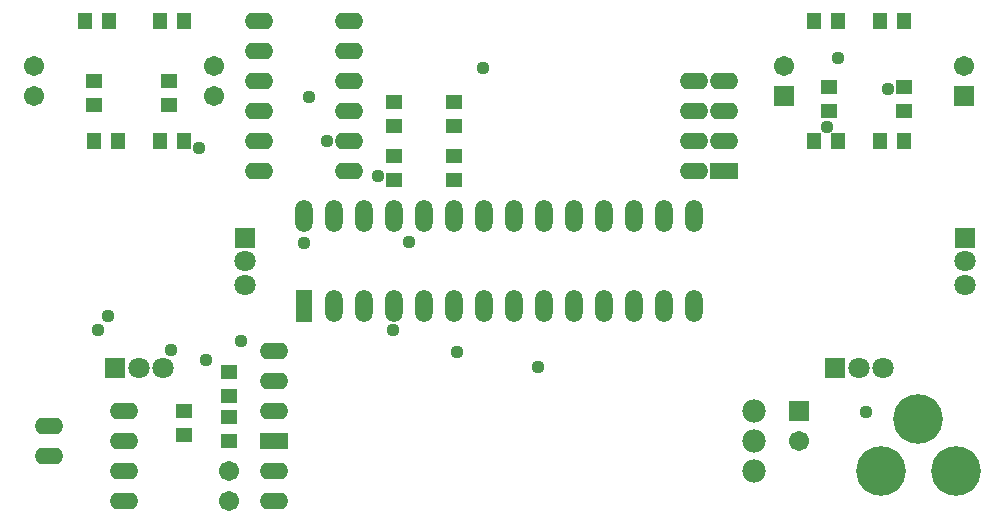
<source format=gts>
G04 Layer_Color=8388736*
%FSLAX24Y24*%
%MOIN*%
G70*
G01*
G75*
%ADD37R,0.0580X0.0480*%
%ADD38R,0.0480X0.0580*%
%ADD39C,0.1655*%
%ADD40R,0.0946X0.0552*%
%ADD41O,0.0946X0.0552*%
%ADD42O,0.0580X0.1080*%
%ADD43R,0.0580X0.1080*%
%ADD44C,0.0710*%
%ADD45R,0.0710X0.0710*%
%ADD46R,0.0671X0.0671*%
%ADD47C,0.0671*%
%ADD48O,0.0946X0.0552*%
%ADD49R,0.0946X0.0552*%
%ADD50C,0.0780*%
%ADD51C,0.0440*%
G54D37*
X6000Y3200D02*
D03*
Y4000D02*
D03*
X7500Y4500D02*
D03*
Y5300D02*
D03*
X3000Y14200D02*
D03*
Y15000D02*
D03*
X5500Y14200D02*
D03*
Y15000D02*
D03*
X30000Y14800D02*
D03*
Y14000D02*
D03*
X27500Y14800D02*
D03*
Y14000D02*
D03*
X7500Y3800D02*
D03*
Y3000D02*
D03*
X15000Y11700D02*
D03*
Y12500D02*
D03*
X13000D02*
D03*
Y11700D02*
D03*
X15000Y14300D02*
D03*
Y13500D02*
D03*
X13000D02*
D03*
Y14300D02*
D03*
G54D38*
X3000Y13000D02*
D03*
X3800D02*
D03*
X5200D02*
D03*
X6000D02*
D03*
Y17000D02*
D03*
X5200D02*
D03*
X29200Y13000D02*
D03*
X30000D02*
D03*
Y17000D02*
D03*
X29200D02*
D03*
X27800Y13000D02*
D03*
X27000D02*
D03*
Y17000D02*
D03*
X27800D02*
D03*
X3500D02*
D03*
X2700D02*
D03*
G54D39*
X29240Y2020D02*
D03*
X31720D02*
D03*
X30480Y3756D02*
D03*
G54D40*
X24000Y12000D02*
D03*
G54D41*
Y13000D02*
D03*
Y14000D02*
D03*
Y15000D02*
D03*
X23000Y12000D02*
D03*
Y13000D02*
D03*
Y14000D02*
D03*
Y15000D02*
D03*
X1500Y3500D02*
D03*
Y2500D02*
D03*
X8500Y17000D02*
D03*
Y16000D02*
D03*
Y15000D02*
D03*
Y14000D02*
D03*
Y13000D02*
D03*
Y12000D02*
D03*
X11500D02*
D03*
Y13000D02*
D03*
Y14000D02*
D03*
Y15000D02*
D03*
Y16000D02*
D03*
Y17000D02*
D03*
G54D42*
X23000Y10500D02*
D03*
X22000D02*
D03*
X21000D02*
D03*
X20000D02*
D03*
X19000D02*
D03*
X18000D02*
D03*
X17000D02*
D03*
X16000D02*
D03*
X15000D02*
D03*
X14000D02*
D03*
X13000D02*
D03*
X12000D02*
D03*
X11000D02*
D03*
X10000D02*
D03*
X23000Y7500D02*
D03*
X22000D02*
D03*
X21000D02*
D03*
X20000D02*
D03*
X19000D02*
D03*
X18000D02*
D03*
X17000D02*
D03*
X16000D02*
D03*
X15000D02*
D03*
X14000D02*
D03*
X13000D02*
D03*
X12000D02*
D03*
X11000D02*
D03*
G54D43*
X10000D02*
D03*
G54D44*
X4500Y5457D02*
D03*
X5287D02*
D03*
X8043Y9000D02*
D03*
Y8213D02*
D03*
X28500Y5457D02*
D03*
X29287D02*
D03*
X32043Y9000D02*
D03*
Y8213D02*
D03*
G54D45*
X3713Y5457D02*
D03*
X8043Y9787D02*
D03*
X27713Y5457D02*
D03*
X32043Y9787D02*
D03*
G54D46*
X26500Y4000D02*
D03*
X26000Y14500D02*
D03*
X32000D02*
D03*
G54D47*
X26500Y3000D02*
D03*
X7500Y2000D02*
D03*
Y1000D02*
D03*
X7000Y15500D02*
D03*
Y14500D02*
D03*
X1000Y15500D02*
D03*
Y14500D02*
D03*
X26000Y15500D02*
D03*
X32000D02*
D03*
G54D48*
X9000Y6000D02*
D03*
Y5000D02*
D03*
Y4000D02*
D03*
Y2000D02*
D03*
Y1000D02*
D03*
X4000D02*
D03*
Y2000D02*
D03*
Y3000D02*
D03*
Y4000D02*
D03*
G54D49*
X9000Y3000D02*
D03*
G54D50*
X25000Y2000D02*
D03*
Y4000D02*
D03*
Y3000D02*
D03*
G54D51*
X27800Y15776D02*
D03*
X27420Y13496D02*
D03*
X10780Y13000D02*
D03*
X15110Y5966D02*
D03*
X6730Y5726D02*
D03*
X5580Y6046D02*
D03*
X28740Y3969D02*
D03*
X6490Y12786D02*
D03*
X13490Y9656D02*
D03*
X3460Y7166D02*
D03*
X3120Y6716D02*
D03*
X29470Y14736D02*
D03*
X12970Y6716D02*
D03*
X15971Y15446D02*
D03*
X7900Y6346D02*
D03*
X10000Y9626D02*
D03*
X10180Y14476D02*
D03*
X12467Y11846D02*
D03*
X17793Y5489D02*
D03*
M02*

</source>
